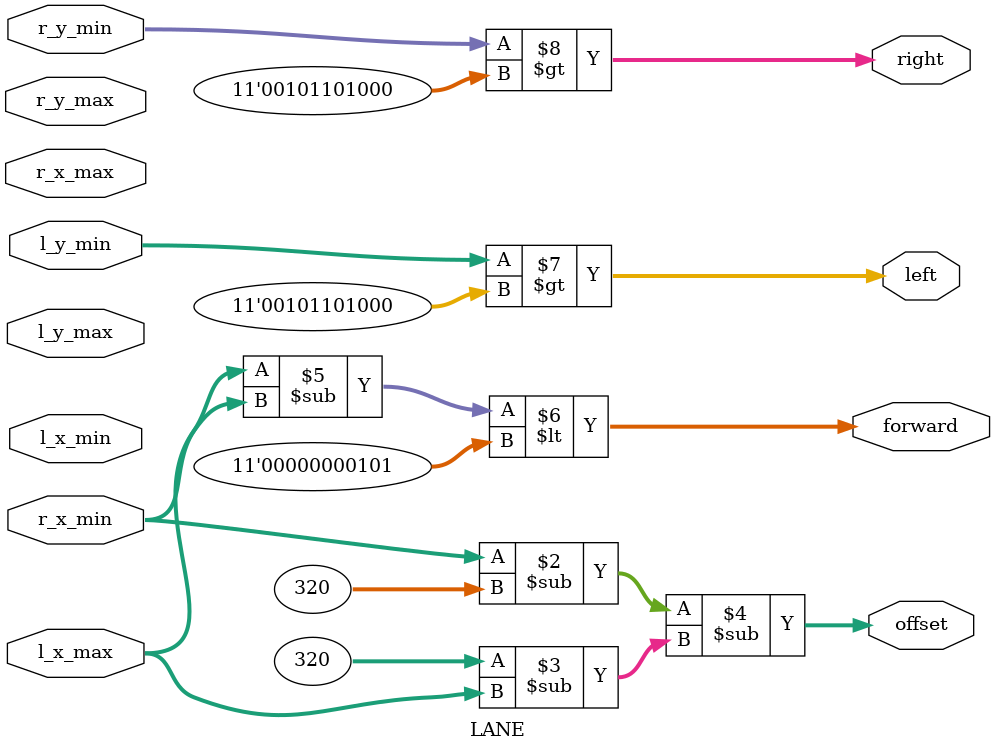
<source format=sv>
module LANE (
  input logic [10:0] r_x_min,
  input logic [10:0] r_x_max,
  input logic [10:0] r_y_min,
  input logic [10:0] r_y_max,
  input logic [10:0] l_x_min,
  input logic [10:0] l_x_max,
  input logic [10:0] l_y_min,
  input logic [10:0] l_y_max,
  output logic [31:0] offset,
  output logic [31:0] left,
  output logic [31:0] right,
  output logic [31:0] forward
);

  always_comb begin
    offset = (r_x_min - 32'd320) - (32'd320 - l_x_max);
    forward = (r_x_min - l_x_max) < 11'd5;
    left =  (l_y_min > 11'd360);
    right = (r_y_min > 11'd360);
  end

endmodule

</source>
